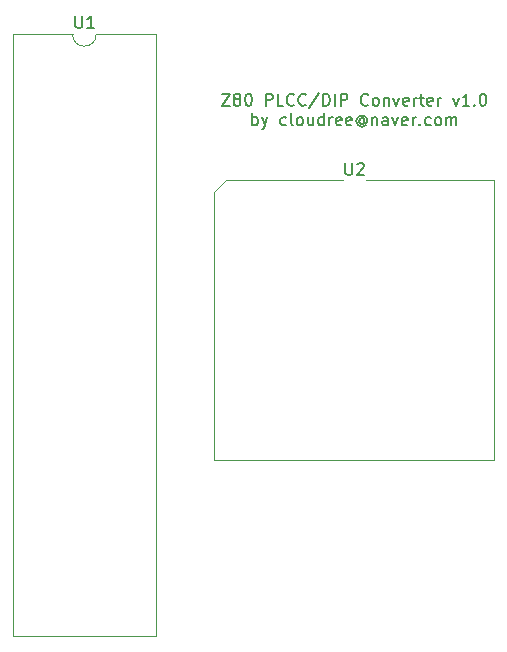
<source format=gbr>
G04 #@! TF.GenerationSoftware,KiCad,Pcbnew,(5.1.4)-1*
G04 #@! TF.CreationDate,2020-01-28T22:58:31+09:00*
G04 #@! TF.ProjectId,PLCC2DIP40,504c4343-3244-4495-9034-302e6b696361,rev?*
G04 #@! TF.SameCoordinates,Original*
G04 #@! TF.FileFunction,Legend,Top*
G04 #@! TF.FilePolarity,Positive*
%FSLAX46Y46*%
G04 Gerber Fmt 4.6, Leading zero omitted, Abs format (unit mm)*
G04 Created by KiCad (PCBNEW (5.1.4)-1) date 2020-01-28 22:58:31*
%MOMM*%
%LPD*%
G04 APERTURE LIST*
%ADD10C,0.150000*%
%ADD11C,0.120000*%
G04 APERTURE END LIST*
D10*
X58635714Y-30377380D02*
X59302380Y-30377380D01*
X58635714Y-31377380D01*
X59302380Y-31377380D01*
X59826190Y-30805952D02*
X59730952Y-30758333D01*
X59683333Y-30710714D01*
X59635714Y-30615476D01*
X59635714Y-30567857D01*
X59683333Y-30472619D01*
X59730952Y-30425000D01*
X59826190Y-30377380D01*
X60016666Y-30377380D01*
X60111904Y-30425000D01*
X60159523Y-30472619D01*
X60207142Y-30567857D01*
X60207142Y-30615476D01*
X60159523Y-30710714D01*
X60111904Y-30758333D01*
X60016666Y-30805952D01*
X59826190Y-30805952D01*
X59730952Y-30853571D01*
X59683333Y-30901190D01*
X59635714Y-30996428D01*
X59635714Y-31186904D01*
X59683333Y-31282142D01*
X59730952Y-31329761D01*
X59826190Y-31377380D01*
X60016666Y-31377380D01*
X60111904Y-31329761D01*
X60159523Y-31282142D01*
X60207142Y-31186904D01*
X60207142Y-30996428D01*
X60159523Y-30901190D01*
X60111904Y-30853571D01*
X60016666Y-30805952D01*
X60826190Y-30377380D02*
X60921428Y-30377380D01*
X61016666Y-30425000D01*
X61064285Y-30472619D01*
X61111904Y-30567857D01*
X61159523Y-30758333D01*
X61159523Y-30996428D01*
X61111904Y-31186904D01*
X61064285Y-31282142D01*
X61016666Y-31329761D01*
X60921428Y-31377380D01*
X60826190Y-31377380D01*
X60730952Y-31329761D01*
X60683333Y-31282142D01*
X60635714Y-31186904D01*
X60588095Y-30996428D01*
X60588095Y-30758333D01*
X60635714Y-30567857D01*
X60683333Y-30472619D01*
X60730952Y-30425000D01*
X60826190Y-30377380D01*
X62350000Y-31377380D02*
X62350000Y-30377380D01*
X62730952Y-30377380D01*
X62826190Y-30425000D01*
X62873809Y-30472619D01*
X62921428Y-30567857D01*
X62921428Y-30710714D01*
X62873809Y-30805952D01*
X62826190Y-30853571D01*
X62730952Y-30901190D01*
X62350000Y-30901190D01*
X63826190Y-31377380D02*
X63350000Y-31377380D01*
X63350000Y-30377380D01*
X64730952Y-31282142D02*
X64683333Y-31329761D01*
X64540476Y-31377380D01*
X64445238Y-31377380D01*
X64302380Y-31329761D01*
X64207142Y-31234523D01*
X64159523Y-31139285D01*
X64111904Y-30948809D01*
X64111904Y-30805952D01*
X64159523Y-30615476D01*
X64207142Y-30520238D01*
X64302380Y-30425000D01*
X64445238Y-30377380D01*
X64540476Y-30377380D01*
X64683333Y-30425000D01*
X64730952Y-30472619D01*
X65730952Y-31282142D02*
X65683333Y-31329761D01*
X65540476Y-31377380D01*
X65445238Y-31377380D01*
X65302380Y-31329761D01*
X65207142Y-31234523D01*
X65159523Y-31139285D01*
X65111904Y-30948809D01*
X65111904Y-30805952D01*
X65159523Y-30615476D01*
X65207142Y-30520238D01*
X65302380Y-30425000D01*
X65445238Y-30377380D01*
X65540476Y-30377380D01*
X65683333Y-30425000D01*
X65730952Y-30472619D01*
X66873809Y-30329761D02*
X66016666Y-31615476D01*
X67207142Y-31377380D02*
X67207142Y-30377380D01*
X67445238Y-30377380D01*
X67588095Y-30425000D01*
X67683333Y-30520238D01*
X67730952Y-30615476D01*
X67778571Y-30805952D01*
X67778571Y-30948809D01*
X67730952Y-31139285D01*
X67683333Y-31234523D01*
X67588095Y-31329761D01*
X67445238Y-31377380D01*
X67207142Y-31377380D01*
X68207142Y-31377380D02*
X68207142Y-30377380D01*
X68683333Y-31377380D02*
X68683333Y-30377380D01*
X69064285Y-30377380D01*
X69159523Y-30425000D01*
X69207142Y-30472619D01*
X69254761Y-30567857D01*
X69254761Y-30710714D01*
X69207142Y-30805952D01*
X69159523Y-30853571D01*
X69064285Y-30901190D01*
X68683333Y-30901190D01*
X71016666Y-31282142D02*
X70969047Y-31329761D01*
X70826190Y-31377380D01*
X70730952Y-31377380D01*
X70588095Y-31329761D01*
X70492857Y-31234523D01*
X70445238Y-31139285D01*
X70397619Y-30948809D01*
X70397619Y-30805952D01*
X70445238Y-30615476D01*
X70492857Y-30520238D01*
X70588095Y-30425000D01*
X70730952Y-30377380D01*
X70826190Y-30377380D01*
X70969047Y-30425000D01*
X71016666Y-30472619D01*
X71588095Y-31377380D02*
X71492857Y-31329761D01*
X71445238Y-31282142D01*
X71397619Y-31186904D01*
X71397619Y-30901190D01*
X71445238Y-30805952D01*
X71492857Y-30758333D01*
X71588095Y-30710714D01*
X71730952Y-30710714D01*
X71826190Y-30758333D01*
X71873809Y-30805952D01*
X71921428Y-30901190D01*
X71921428Y-31186904D01*
X71873809Y-31282142D01*
X71826190Y-31329761D01*
X71730952Y-31377380D01*
X71588095Y-31377380D01*
X72350000Y-30710714D02*
X72350000Y-31377380D01*
X72350000Y-30805952D02*
X72397619Y-30758333D01*
X72492857Y-30710714D01*
X72635714Y-30710714D01*
X72730952Y-30758333D01*
X72778571Y-30853571D01*
X72778571Y-31377380D01*
X73159523Y-30710714D02*
X73397619Y-31377380D01*
X73635714Y-30710714D01*
X74397619Y-31329761D02*
X74302380Y-31377380D01*
X74111904Y-31377380D01*
X74016666Y-31329761D01*
X73969047Y-31234523D01*
X73969047Y-30853571D01*
X74016666Y-30758333D01*
X74111904Y-30710714D01*
X74302380Y-30710714D01*
X74397619Y-30758333D01*
X74445238Y-30853571D01*
X74445238Y-30948809D01*
X73969047Y-31044047D01*
X74873809Y-31377380D02*
X74873809Y-30710714D01*
X74873809Y-30901190D02*
X74921428Y-30805952D01*
X74969047Y-30758333D01*
X75064285Y-30710714D01*
X75159523Y-30710714D01*
X75350000Y-30710714D02*
X75730952Y-30710714D01*
X75492857Y-30377380D02*
X75492857Y-31234523D01*
X75540476Y-31329761D01*
X75635714Y-31377380D01*
X75730952Y-31377380D01*
X76445238Y-31329761D02*
X76350000Y-31377380D01*
X76159523Y-31377380D01*
X76064285Y-31329761D01*
X76016666Y-31234523D01*
X76016666Y-30853571D01*
X76064285Y-30758333D01*
X76159523Y-30710714D01*
X76350000Y-30710714D01*
X76445238Y-30758333D01*
X76492857Y-30853571D01*
X76492857Y-30948809D01*
X76016666Y-31044047D01*
X76921428Y-31377380D02*
X76921428Y-30710714D01*
X76921428Y-30901190D02*
X76969047Y-30805952D01*
X77016666Y-30758333D01*
X77111904Y-30710714D01*
X77207142Y-30710714D01*
X78207142Y-30710714D02*
X78445238Y-31377380D01*
X78683333Y-30710714D01*
X79588095Y-31377380D02*
X79016666Y-31377380D01*
X79302380Y-31377380D02*
X79302380Y-30377380D01*
X79207142Y-30520238D01*
X79111904Y-30615476D01*
X79016666Y-30663095D01*
X80016666Y-31282142D02*
X80064285Y-31329761D01*
X80016666Y-31377380D01*
X79969047Y-31329761D01*
X80016666Y-31282142D01*
X80016666Y-31377380D01*
X80683333Y-30377380D02*
X80778571Y-30377380D01*
X80873809Y-30425000D01*
X80921428Y-30472619D01*
X80969047Y-30567857D01*
X81016666Y-30758333D01*
X81016666Y-30996428D01*
X80969047Y-31186904D01*
X80921428Y-31282142D01*
X80873809Y-31329761D01*
X80778571Y-31377380D01*
X80683333Y-31377380D01*
X80588095Y-31329761D01*
X80540476Y-31282142D01*
X80492857Y-31186904D01*
X80445238Y-30996428D01*
X80445238Y-30758333D01*
X80492857Y-30567857D01*
X80540476Y-30472619D01*
X80588095Y-30425000D01*
X80683333Y-30377380D01*
X61207142Y-33027380D02*
X61207142Y-32027380D01*
X61207142Y-32408333D02*
X61302380Y-32360714D01*
X61492857Y-32360714D01*
X61588095Y-32408333D01*
X61635714Y-32455952D01*
X61683333Y-32551190D01*
X61683333Y-32836904D01*
X61635714Y-32932142D01*
X61588095Y-32979761D01*
X61492857Y-33027380D01*
X61302380Y-33027380D01*
X61207142Y-32979761D01*
X62016666Y-32360714D02*
X62254761Y-33027380D01*
X62492857Y-32360714D02*
X62254761Y-33027380D01*
X62159523Y-33265476D01*
X62111904Y-33313095D01*
X62016666Y-33360714D01*
X64064285Y-32979761D02*
X63969047Y-33027380D01*
X63778571Y-33027380D01*
X63683333Y-32979761D01*
X63635714Y-32932142D01*
X63588095Y-32836904D01*
X63588095Y-32551190D01*
X63635714Y-32455952D01*
X63683333Y-32408333D01*
X63778571Y-32360714D01*
X63969047Y-32360714D01*
X64064285Y-32408333D01*
X64635714Y-33027380D02*
X64540476Y-32979761D01*
X64492857Y-32884523D01*
X64492857Y-32027380D01*
X65159523Y-33027380D02*
X65064285Y-32979761D01*
X65016666Y-32932142D01*
X64969047Y-32836904D01*
X64969047Y-32551190D01*
X65016666Y-32455952D01*
X65064285Y-32408333D01*
X65159523Y-32360714D01*
X65302380Y-32360714D01*
X65397619Y-32408333D01*
X65445238Y-32455952D01*
X65492857Y-32551190D01*
X65492857Y-32836904D01*
X65445238Y-32932142D01*
X65397619Y-32979761D01*
X65302380Y-33027380D01*
X65159523Y-33027380D01*
X66350000Y-32360714D02*
X66350000Y-33027380D01*
X65921428Y-32360714D02*
X65921428Y-32884523D01*
X65969047Y-32979761D01*
X66064285Y-33027380D01*
X66207142Y-33027380D01*
X66302380Y-32979761D01*
X66350000Y-32932142D01*
X67254761Y-33027380D02*
X67254761Y-32027380D01*
X67254761Y-32979761D02*
X67159523Y-33027380D01*
X66969047Y-33027380D01*
X66873809Y-32979761D01*
X66826190Y-32932142D01*
X66778571Y-32836904D01*
X66778571Y-32551190D01*
X66826190Y-32455952D01*
X66873809Y-32408333D01*
X66969047Y-32360714D01*
X67159523Y-32360714D01*
X67254761Y-32408333D01*
X67730952Y-33027380D02*
X67730952Y-32360714D01*
X67730952Y-32551190D02*
X67778571Y-32455952D01*
X67826190Y-32408333D01*
X67921428Y-32360714D01*
X68016666Y-32360714D01*
X68730952Y-32979761D02*
X68635714Y-33027380D01*
X68445238Y-33027380D01*
X68350000Y-32979761D01*
X68302380Y-32884523D01*
X68302380Y-32503571D01*
X68350000Y-32408333D01*
X68445238Y-32360714D01*
X68635714Y-32360714D01*
X68730952Y-32408333D01*
X68778571Y-32503571D01*
X68778571Y-32598809D01*
X68302380Y-32694047D01*
X69588095Y-32979761D02*
X69492857Y-33027380D01*
X69302380Y-33027380D01*
X69207142Y-32979761D01*
X69159523Y-32884523D01*
X69159523Y-32503571D01*
X69207142Y-32408333D01*
X69302380Y-32360714D01*
X69492857Y-32360714D01*
X69588095Y-32408333D01*
X69635714Y-32503571D01*
X69635714Y-32598809D01*
X69159523Y-32694047D01*
X70683333Y-32551190D02*
X70635714Y-32503571D01*
X70540476Y-32455952D01*
X70445238Y-32455952D01*
X70350000Y-32503571D01*
X70302380Y-32551190D01*
X70254761Y-32646428D01*
X70254761Y-32741666D01*
X70302380Y-32836904D01*
X70350000Y-32884523D01*
X70445238Y-32932142D01*
X70540476Y-32932142D01*
X70635714Y-32884523D01*
X70683333Y-32836904D01*
X70683333Y-32455952D02*
X70683333Y-32836904D01*
X70730952Y-32884523D01*
X70778571Y-32884523D01*
X70873809Y-32836904D01*
X70921428Y-32741666D01*
X70921428Y-32503571D01*
X70826190Y-32360714D01*
X70683333Y-32265476D01*
X70492857Y-32217857D01*
X70302380Y-32265476D01*
X70159523Y-32360714D01*
X70064285Y-32503571D01*
X70016666Y-32694047D01*
X70064285Y-32884523D01*
X70159523Y-33027380D01*
X70302380Y-33122619D01*
X70492857Y-33170238D01*
X70683333Y-33122619D01*
X70826190Y-33027380D01*
X71350000Y-32360714D02*
X71350000Y-33027380D01*
X71350000Y-32455952D02*
X71397619Y-32408333D01*
X71492857Y-32360714D01*
X71635714Y-32360714D01*
X71730952Y-32408333D01*
X71778571Y-32503571D01*
X71778571Y-33027380D01*
X72683333Y-33027380D02*
X72683333Y-32503571D01*
X72635714Y-32408333D01*
X72540476Y-32360714D01*
X72350000Y-32360714D01*
X72254761Y-32408333D01*
X72683333Y-32979761D02*
X72588095Y-33027380D01*
X72350000Y-33027380D01*
X72254761Y-32979761D01*
X72207142Y-32884523D01*
X72207142Y-32789285D01*
X72254761Y-32694047D01*
X72350000Y-32646428D01*
X72588095Y-32646428D01*
X72683333Y-32598809D01*
X73064285Y-32360714D02*
X73302380Y-33027380D01*
X73540476Y-32360714D01*
X74302380Y-32979761D02*
X74207142Y-33027380D01*
X74016666Y-33027380D01*
X73921428Y-32979761D01*
X73873809Y-32884523D01*
X73873809Y-32503571D01*
X73921428Y-32408333D01*
X74016666Y-32360714D01*
X74207142Y-32360714D01*
X74302380Y-32408333D01*
X74350000Y-32503571D01*
X74350000Y-32598809D01*
X73873809Y-32694047D01*
X74778571Y-33027380D02*
X74778571Y-32360714D01*
X74778571Y-32551190D02*
X74826190Y-32455952D01*
X74873809Y-32408333D01*
X74969047Y-32360714D01*
X75064285Y-32360714D01*
X75397619Y-32932142D02*
X75445238Y-32979761D01*
X75397619Y-33027380D01*
X75350000Y-32979761D01*
X75397619Y-32932142D01*
X75397619Y-33027380D01*
X76302380Y-32979761D02*
X76207142Y-33027380D01*
X76016666Y-33027380D01*
X75921428Y-32979761D01*
X75873809Y-32932142D01*
X75826190Y-32836904D01*
X75826190Y-32551190D01*
X75873809Y-32455952D01*
X75921428Y-32408333D01*
X76016666Y-32360714D01*
X76207142Y-32360714D01*
X76302380Y-32408333D01*
X76873809Y-33027380D02*
X76778571Y-32979761D01*
X76730952Y-32932142D01*
X76683333Y-32836904D01*
X76683333Y-32551190D01*
X76730952Y-32455952D01*
X76778571Y-32408333D01*
X76873809Y-32360714D01*
X77016666Y-32360714D01*
X77111904Y-32408333D01*
X77159523Y-32455952D01*
X77207142Y-32551190D01*
X77207142Y-32836904D01*
X77159523Y-32932142D01*
X77111904Y-32979761D01*
X77016666Y-33027380D01*
X76873809Y-33027380D01*
X77635714Y-33027380D02*
X77635714Y-32360714D01*
X77635714Y-32455952D02*
X77683333Y-32408333D01*
X77778571Y-32360714D01*
X77921428Y-32360714D01*
X78016666Y-32408333D01*
X78064285Y-32503571D01*
X78064285Y-33027380D01*
X78064285Y-32503571D02*
X78111904Y-32408333D01*
X78207142Y-32360714D01*
X78350000Y-32360714D01*
X78445238Y-32408333D01*
X78492857Y-32503571D01*
X78492857Y-33027380D01*
D11*
X47990000Y-25340000D02*
G75*
G02X45990000Y-25340000I-1000000J0D01*
G01*
X45990000Y-25340000D02*
X40930000Y-25340000D01*
X40930000Y-25340000D02*
X40930000Y-76260000D01*
X40930000Y-76260000D02*
X53050000Y-76260000D01*
X53050000Y-76260000D02*
X53050000Y-25340000D01*
X53050000Y-25340000D02*
X47990000Y-25340000D01*
X68850000Y-37680000D02*
X59000000Y-37680000D01*
X59000000Y-37680000D02*
X58000000Y-38680000D01*
X58000000Y-38680000D02*
X58000000Y-61380000D01*
X58000000Y-61380000D02*
X81700000Y-61380000D01*
X81700000Y-61380000D02*
X81700000Y-37680000D01*
X81700000Y-37680000D02*
X70850000Y-37680000D01*
D10*
X46228095Y-23792380D02*
X46228095Y-24601904D01*
X46275714Y-24697142D01*
X46323333Y-24744761D01*
X46418571Y-24792380D01*
X46609047Y-24792380D01*
X46704285Y-24744761D01*
X46751904Y-24697142D01*
X46799523Y-24601904D01*
X46799523Y-23792380D01*
X47799523Y-24792380D02*
X47228095Y-24792380D01*
X47513809Y-24792380D02*
X47513809Y-23792380D01*
X47418571Y-23935238D01*
X47323333Y-24030476D01*
X47228095Y-24078095D01*
X69088095Y-36232380D02*
X69088095Y-37041904D01*
X69135714Y-37137142D01*
X69183333Y-37184761D01*
X69278571Y-37232380D01*
X69469047Y-37232380D01*
X69564285Y-37184761D01*
X69611904Y-37137142D01*
X69659523Y-37041904D01*
X69659523Y-36232380D01*
X70088095Y-36327619D02*
X70135714Y-36280000D01*
X70230952Y-36232380D01*
X70469047Y-36232380D01*
X70564285Y-36280000D01*
X70611904Y-36327619D01*
X70659523Y-36422857D01*
X70659523Y-36518095D01*
X70611904Y-36660952D01*
X70040476Y-37232380D01*
X70659523Y-37232380D01*
M02*

</source>
